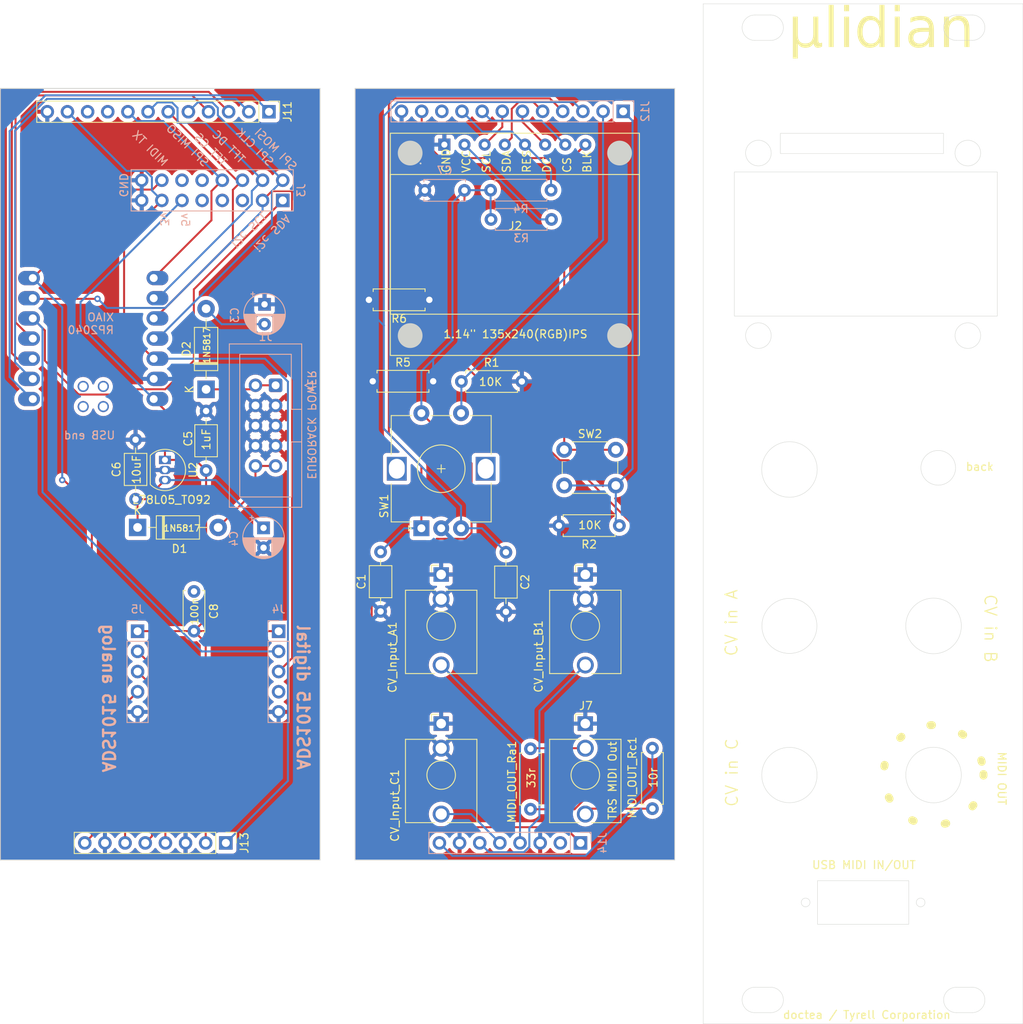
<source format=kicad_pcb>
(kicad_pcb (version 20221018) (generator pcbnew)
  (layers (0 "F.Cu" signal) (31 "B.Cu" signal) (34 "B.Paste" user) (35 "F.Paste" user) (36 "B.SilkS" user "B.Silkscreen") (37 "F.SilkS" user "F.Silkscreen") (38 "B.Mask" user) (39 "F.Mask" user) (44 "Edge.Cuts" user))
  (net 0 "")
  (net 1 "i2c SDA")
  (net 2 "i2c SCL")
  (net 3 "ADS Interrupt")
  (net 4 "Net-(D2-K)")
  (net 5 "Net-(D1-A)")
  (net 6 "+12V")
  (net 7 "A2 input Frontboard")
  (net 8 "A1 input Frontboard")
  (net 9 "-12V")
  (net 10 "A0 input Frontboard")
  (net 11 "SPI CLK Frontboard")
  (net 12 "MOSI Frontboard")
  (net 13 "TFT CS Frontboard")
  (net 14 "TFT reset Frontboard")
  (net 15 "TFT DC Frontboard")
  (net 16 "SD CS Frontboard")
  (net 17 "TFT lit Frontboard")
  (net 18 "Net-(J7-PadT)")
  (net 19 "Back button Backboard")
  (net 20 "Encoder button Backboard")
  (net 21 "Encoder left Backboard")
  (net 22 "Encoder right Backboard")
  (net 23 "TFT CS Backboard")
  (net 24 "SPI CLK Backboard")
  (net 25 "TFT DC Backboard")
  (net 26 "MOSI Backboard")
  (net 27 "TFT reset Backboard")
  (net 28 "SD CS Backboard")
  (net 29 "Back button Frontboard")
  (net 30 "Encoder button Frontboard")
  (net 31 "Encoder left Frontboard")
  (net 32 "Encoder right Frontboard")
  (net 33 "A0 input Backboard")
  (net 34 "A1 input Backboard")
  (net 35 "A2 input Backboard")
  (net 36 "MIDI TX Backboard")
  (net 37 "MIDI TX Frontboard")
  (net 38 "Net-(J7-PadR)")
  (net 46 "MISO Backboard")
  (net 48 "GND")
  (net 49 "Backboard GND")
  (net 50 "Backboard +5V")
  (net 51 "Frontboard +3.3V")
  (net 52 "Backboard +3.3V")
  (net 53 "Frontboard +5V")
  (net 54 "Net-(J2-Pin_2)")
  (net 55 "CV GND")
  (footprint "Package_TO_SOT_THT:TO-92_Inline" (layer "F.Cu") (at 58.9744 93.0402 -90)
    (fp_text reference "U2")
    (fp_text value "L78L05_TO92")
  )
  (footprint "Capacitor_THT:C_Axial_L3.8mm_D2.6mm_P7.50mm_Horizontal" (layer "F.Cu") (at 101.9556 104.6826 -90)
    (fp_text reference "C2")
    (fp_text value "C_Small")
  )
  (footprint "Resistor_THT:R_Axial_DIN0207_L6.3mm_D2.5mm_P7.62mm_Horizontal" (layer "F.Cu") (at 116.2558 101.3206 180)
    (fp_text reference "R2")
    (fp_text value "10K")
  )
  (footprint "Resistor_THT:R_Axial_DIN0207_L6.3mm_D2.5mm_P7.62mm_Horizontal" (layer "F.Cu") (at 120.4214 136.9822 90)
    (fp_text reference "MIDI_OUT_Rc1")
    (fp_text value "10r")
  )
  (footprint "Resistor_THT:R_Axial_DIN0207_L6.3mm_D2.5mm_P7.62mm_Horizontal" (layer "F.Cu") (at 85.1662 83.1342)
    (fp_text reference "R5")
    (fp_text value "10K")
  )
  (footprint "Connector_PinHeader_2.54mm:PinHeader_1x08_P2.54mm_Vertical" (layer "F.Cu") (at 66.6498 141.2996 -90)
    (fp_text reference "J13")
    (fp_text value "Backboard Conn 2")
  )
  (footprint "Resistor_THT:R_Axial_DIN0207_L6.3mm_D2.5mm_P7.62mm_Horizontal" (layer "F.Cu") (at 105.0544 129.4384 -90)
    (fp_text reference "MIDI_OUT_Ra1")
    (fp_text value "33r")
  )
  (footprint "Button_Switch_THT:SW_PUSH_6mm_H13mm" (layer "F.Cu") (at 109.30559 91.76188)
    (fp_text reference "SW2")
    (fp_text value "Back button")
  )
  (footprint "Diode_THT:D_DO-41_SOD81_P10.16mm_Horizontal" (layer "F.Cu") (at 55.5244 101.5492)
    (fp_text reference "D1")
    (fp_text value "1N5817")
  )
  (footprint "doctea:st7789_1.14_tzt" (layer "F.Cu") (at 87.38539 51.87988)
    (fp_text reference "J2")
    (fp_text value "ST7789 TFT socket")
    (fp_circle (center 2.5 2.5) (end 4 2.5) (stroke (width 0.12)) (fill solid) (layer "Edge.Cuts"))
    (fp_circle (center 2.5 25.5) (end 4 25.5) (stroke (width 0.12)) (fill solid) (layer "Edge.Cuts"))
    (fp_circle (center 3.81 3.81) (end 3.81 3.81) (stroke (width 0.12)) (fill none) (layer "Edge.Cuts"))
    (fp_circle (center 28.9 2.5) (end 30.4 2.5) (stroke (width 0.12)) (fill solid) (layer "Edge.Cuts"))
    (fp_circle (center 28.9 25.5) (end 30.4 25.5) (stroke (width 0.12)) (fill solid) (layer "Edge.Cuts"))
  )
  (footprint "Rotary_Encoder:RotaryEncoder_Alps_EC12E-Switch_Vertical_H20mm" (layer "F.Cu") (at 91.29959 101.65388 90)
    (fp_text reference "SW1")
    (fp_text value "RotaryEncoder_Switch")
  )
  (footprint "Connector_Audio:Jack_3.5mm_QingPu_WQP-PJ398SM_Vertical_CircularHoles" (layer "F.Cu") (at 93.79339 107.47928)
    (fp_text reference "CV_Input_A1")
    (fp_text value "AudioJack2_SwitchT")
  )
  (footprint "Capacitor_THT:C_Axial_L3.8mm_D2.6mm_P7.50mm_Horizontal" (layer "F.Cu") (at 64.1604 86.8772 -90)
    (fp_text reference "C5")
    (fp_text value "1uF")
  )
  (footprint "Capacitor_THT:C_Disc_D5.0mm_W2.5mm_P5.00mm" (layer "F.Cu") (at 62.635126 109.6138 -90)
    (fp_text reference "C8")
    (fp_text value "100n")
  )
  (footprint "Connector_PinHeader_2.54mm:PinHeader_1x12_P2.54mm_Vertical" (layer "F.Cu") (at 72.0852 49.1744 -90)
    (fp_text reference "J11")
    (fp_text value "Backboard Conn 1")
  )
  (footprint "Connector_Audio:Jack_3.5mm_QingPu_WQP-PJ398SM_Vertical_CircularHoles" (layer "F.Cu") (at 93.79299 126.26588)
    (fp_text reference "CV_Input_C1")
    (fp_text value "AudioJack2_SwitchT")
  )
  (footprint "Resistor_THT:R_Axial_DIN0207_L6.3mm_D2.5mm_P7.62mm_Horizontal" (layer "F.Cu") (at 92.3036 72.8726 180)
    (fp_text reference "R6")
    (fp_text value "10K")
  )
  (footprint "Capacitor_THT:C_Axial_L3.8mm_D2.6mm_P7.50mm_Horizontal" (layer "F.Cu") (at 86.1568 112.1318 90)
    (fp_text reference "C1")
    (fp_text value "C_Small")
  )
  (footprint "doctea:Jack_3.5mm_QingPu_WQP-PJ398SM_TRS_Vertical_CircularHoles" (layer "F.Cu") (at 111.96339 126.26588)
    (fp_text reference "J7")
    (fp_text value "TRS MIDI Out")
  )
  (footprint "Resistor_THT:R_Axial_DIN0207_L6.3mm_D2.5mm_P7.62mm_Horizontal" (layer "F.Cu") (at 96.3422 83.1596)
    (fp_text reference "R1")
    (fp_text value "10K")
  )
  (footprint "Capacitor_THT:C_Axial_L3.8mm_D2.6mm_P7.50mm_Horizontal" (layer "F.Cu") (at 55.2704 97.9932 90)
    (fp_text reference "C6")
    (fp_text value "10uF")
  )
  (footprint "Connector_Audio:Jack_3.5mm_QingPu_WQP-PJ398SM_Vertical_CircularHoles" (layer "F.Cu") (at 111.96339 107.47928)
    (fp_text reference "CV_Input_B1")
    (fp_text value "AudioJack2_SwitchT")
  )
  (footprint "Diode_THT:D_DO-41_SOD81_P10.16mm_Horizontal" (layer "F.Cu") (at 64.1604 84.1502 90)
    (fp_text reference "D2")
    (fp_text value "1N5817")
  )
  (footprint "Capacitor_THT:C_Disc_D5.0mm_W2.5mm_P5.00mm" (layer "B.Cu") (at 96.734 59.0804 180)
    (fp_text reference "C7")
    (fp_text value "100n")
  )
  (footprint "Connector_PinSocket_2.54mm:PinSocket_1x05_P2.54mm_Vertical" (layer "B.Cu") (at 73.304 114.6302 180)
    (fp_text reference "J4")
    (fp_text value "ADS1015 digital side")
  )
  (footprint "Capacitor_THT:CP_Radial_D5.0mm_P2.50mm" (layer "B.Cu") (at 71.3994 101.6092 -90)
    (fp_text reference "C4")
    (fp_text value "C_Polarized_Small")
  )
  (footprint "Connector_PinSocket_2.54mm:PinSocket_1x12_P2.54mm_Vertical" (layer "B.Cu") (at 116.7388 49.125 90)
    (fp_text reference "J12")
    (fp_text value "Frontboard Conn 1")
  )
  (footprint "Connector_PinSocket_2.54mm:PinSocket_1x08_P2.54mm_Vertical" (layer "B.Cu") (at 111.3536 141.3002 90)
    (fp_text reference "J14")
    (fp_text value "Frontboard Conn 2")
  )
  (footprint "Connector_PinSocket_2.54mm:PinSocket_1x05_P2.54mm_Vertical" (layer "B.Cu") (at 55.524 114.6302 180)
    (fp_text reference "J5")
    (fp_text value "ADS1015 analog side")
  )
  (footprint "Seeeduino XIAO KICAD:xiao-tht" (layer "B.Cu") (at 49.9364 77.7494)
    (fp_text reference "U1" hide)
    (fp_text value "SeeeduinoXIAO" hide)
  )
  (footprint "Resistor_THT:R_Axial_DIN0207_L6.3mm_D2.5mm_P7.62mm_Horizontal" (layer "B.Cu") (at 100.076 62.738)
    (fp_text reference "R3")
    (fp_text value "100R")
  )
  (footprint "Connector_PinHeader_2.54mm:PinHeader_2x08_P2.54mm_Vertical" (layer "B.Cu") (at 73.822 60.347 90)
    (fp_text reference "J3")
    (fp_text value "Expansion header")
  )
  (footprint "Connector_IDC:IDC-Header_2x05_P2.54mm_Vertical" (layer "B.Cu") (at 72.9234 83.6422 180)
    (fp_text reference "J1")
    (fp_text value "Eurorack power")
  )
  (footprint "Capacitor_THT:CP_Radial_D5.0mm_P2.50mm" (layer "B.Cu") (at 71.5264 73.440088 -90)
    (fp_text reference "C3")
    (fp_text value "C_Polarized_Small")
  )
  (footprint "Resistor_THT:R_Axial_DIN0207_L6.3mm_D2.5mm_P7.62mm_Horizontal" (layer "B.Cu") (at 100.0252 59.055)
    (fp_text reference "R4")
    (fp_text value "1K")
  )
  (gr_circle (center 155.86089 132.7456) (end 162.15589 132.6186) (stroke (width 1) (type dot)) (fill none) (layer "F.SilkS"))
  (gr_circle (center 156.45259 94.03688) (end 158.23059 95.30688) (stroke (width 0.05)) (fill none) (layer "Edge.Cuts"))
  (gr_arc (start 135.332 159.484) (mid 136.932 161.084) (end 135.332 162.684) (stroke (width 0.05)) (layer "Edge.Cuts"))
  (gr_arc (start 133.332 40.184) (mid 131.732 38.584) (end 133.332 36.984) (stroke (width 0.05)) (layer "Edge.Cuts"))
  (gr_line (start 158.732 40.184) (end 160.732 40.184) (stroke (width 0.05)) (layer "Edge.Cuts"))
  (gr_arc (start 160.732 36.984) (mid 162.332 38.584) (end 160.732 40.184) (stroke (width 0.05)) (layer "Edge.Cuts"))
  (gr_circle (center 137.69659 94.24588) (end 141.19659 94.24588) (stroke (width 0.05)) (fill none) (layer "Edge.Cuts"))
  (gr_rect (start 38.230968 46.23089) (end 78.530968 143.45189) (stroke (width 0.1)) (fill none) (layer "Edge.Cuts"))
  (gr_line (start 160.732 159.484) (end 158.732 159.484) (stroke (width 0.05)) (layer "Edge.Cuts"))
  (gr_rect (start 141.23239 146.0498) (end 152.73239 151.5498) (stroke (width 0.05)) (fill none) (layer "Edge.Cuts"))
  (gr_circle (center 155.86089 113.959331) (end 158.40089 116.372331) (stroke (width 0.05)) (fill none) (layer "Edge.Cuts"))
  (gr_line (start 160.732 36.984) (end 158.732 36.984) (stroke (width 0.05)) (layer "Edge.Cuts"))
  (gr_line (start 126.832 35.584) (end 126.832 164.084) (stroke (width 0.05)) (layer "Edge.Cuts"))
  (gr_arc (start 160.732 159.484) (mid 162.332 161.084) (end 160.732 162.684) (stroke (width 0.05)) (layer "Edge.Cuts"))
  (gr_line (start 135.332 36.984) (end 133.332 36.984) (stroke (width 0.05)) (layer "Edge.Cuts"))
  (gr_circle (center 137.69089 113.958844) (end 140.73889 115.609844) (stroke (width 0.05)) (fill none) (layer "Edge.Cuts"))
  (gr_line (start 133.332 40.184) (end 135.332 40.184) (stroke (width 0.05)) (layer "Edge.Cuts"))
  (gr_circle (center 137.69089 132.74559) (end 140.61189 134.65059) (stroke (width 0.05)) (fill none) (layer "Edge.Cuts"))
  (gr_line (start 167.132 164.084) (end 167.132 35.584) (stroke (width 0.05)) (layer "Edge.Cuts"))
  (gr_arc (start 133.332 162.684) (mid 131.732 161.084) (end 133.332 159.484) (stroke (width 0.05)) (layer "Edge.Cuts"))
  (gr_line (start 126.832 164.084) (end 167.132 164.084) (stroke (width 0.05)) (layer "Edge.Cuts"))
  (gr_circle (center 133.782706 77.380272) (end 134.959106 78.487072) (stroke (width 0.05)) (fill none) (layer "Edge.Cuts"))
  (gr_line (start 158.732 162.684) (end 160.732 162.684) (stroke (width 0.05)) (layer "Edge.Cuts"))
  (gr_line (start 167.132 35.584) (end 126.832 35.584) (stroke (width 0.05)) (layer "Edge.Cuts"))
  (gr_arc (start 135.332 36.984) (mid 136.932 38.584) (end 135.332 40.184) (stroke (width 0.05)) (layer "Edge.Cuts"))
  (gr_line (start 133.332 162.684) (end 135.332 162.684) (stroke (width 0.05)) (layer "Edge.Cuts"))
  (gr_arc (start 158.732 40.184) (mid 157.132 38.584) (end 158.732 36.984) (stroke (width 0.05)) (layer "Edge.Cuts"))
  (gr_circle (center 139.73239 148.7998) (end 140.28239 148.7998) (stroke (width 0.05)) (fill none) (layer "Edge.Cuts"))
  (gr_rect (start 82.934968 46.23089) (end 123.234968 143.45189) (stroke (width 0.1)) (fill none) (layer "Edge.Cuts"))
  (gr_circle (center 133.782706 54.380272) (end 134.959106 55.487072) (stroke (width 0.05)) (fill none) (layer "Edge.Cuts"))
  (gr_circle (center 154.23239 148.7998) (end 154.78239 148.7998) (stroke (width 0.05)) (fill none) (layer "Edge.Cuts"))
  (gr_rect (start 130.75049 56.758272) (end 163.89749 74.919272) (stroke (width 0.05)) (fill none) (layer "Edge.Cuts"))
  (gr_circle (center 155.86089 132.7456) (end 159.36089 132.7456) (stroke (width 0.05)) (fill none) (layer "Edge.Cuts"))
  (gr_circle (center 160.182706 77.380272) (end 161.359106 78.487072) (stroke (width 0.05)) (fill none) (layer "Edge.Cuts"))
  (gr_arc (start 158.732 162.684) (mid 157.132 161.084) (end 158.732 159.484) (stroke (width 0.05)) (layer "Edge.Cuts"))
  (gr_circle (center 160.18109 54.381472) (end 161.35749 55.488272) (stroke (width 0.05)) (fill none) (layer "Edge.Cuts"))
  (gr_rect (start 136.54689 51.896272) (end 157.12089 54.436272) (stroke (width 0.05)) (fill none) (layer "Edge.Cuts"))
  (gr_line (start 135.332 159.484) (end 133.332 159.484) (stroke (width 0.05)) (layer "Edge.Cuts"))
  (gr_text "SPI CLK" (at 72.061 56.2418 -45) (layer "B.SilkS") (effects (font (size 1 1)) (justify left bottom mirror)))
  (gr_text "5v" (at 60.961 63.7518 -90) (layer "B.SilkS") (effects (font (size 1 1)) (justify left bottom mirror)))
  (gr_text "TFT DC" (at 68.461 55.8918 -45) (layer "B.SilkS") (effects (font (size 1 1)) (justify left bottom mirror)))
  (gr_text "MIDI TX" (at 58.721 56.2518 -45) (layer "B.SilkS") (effects (font (size 1 1)) (justify left bottom mirror)))
  (gr_text "SPI MOSI" (at 74.991 56.8118 -45) (layer "B.SilkS") (effects (font (size 1 1)) (justify left bottom mirror)))
  (gr_text "TFT CS" (at 66.191 56.2218 -45) (layer "B.SilkS") (effects (font (size 1 1)) (justify left bottom mirror)))
  (gr_text "ADS1015 analog" (at 50.9778 132.5626 -90) (layer "B.SilkS") (effects (font (size 1.5 1.5) (thickness 0.3) bold) (justify left bottom mirror)))
  (gr_text "USB end" (at 52.7812 90.5256) (layer "B.SilkS") (effects (font (size 1 1)) (justify left bottom mirror)))
  (gr_text "3v" (at 58.311 63.6718 -90) (layer "B.SilkS") (effects (font (size 1 1)) (justify left bottom mirror)))
  (gr_text "EURORACK POWER" (at 76.8604 95.5802 -90) (layer "B.SilkS") (effects (font (size 1 1)) (justify left bottom mirror)))
  (gr_text "GND" (at 53.161 60.0418 -90) (layer "B.SilkS") (effects (font (size 1 1)) (justify left bottom mirror)))
  (gr_text "XIAO\nRP2040" (at 52.6288 77.2668) (layer "B.SilkS") (effects (font (size 1 1)) (justify left bottom mirror)))
  (gr_text "i2c SDA" (at 69.901 66.2018 -135) (layer "B.SilkS") (effects (font (size 1 1)) (justify left bottom mirror)))
  (gr_text "ADS1015 digital" (at 75.5142 132.2578 -90) (layer "B.SilkS") (effects (font (size 1.5 1.5) (thickness 0.3) bold) (justify left bottom mirror)))
  (gr_text "i2c SCL" (at 67.091 65.7318 -135) (layer "B.SilkS") (effects (font (size 1 1)) (justify left bottom mirror)))
  (gr_text "SPI MISO" (at 63.881 56.3118 -45) (layer "B.SilkS") (effects (font (size 1 1)) (justify left bottom mirror)))
  (gr_text "CV in A" (at 131.2672 117.8814 90) (layer "F.SilkS") (effects (font (size 1.5 1.5)) (justify left bottom)))
  (gr_text "back" (at 159.8422 94.488) (layer "F.SilkS") (effects (font (size 1 1)) (justify left bottom)))
  (gr_text "USB MIDI IN/OUT" (at 140.462 144.6598) (layer "F.SilkS") (effects (font (size 1 1)) (justify left bottom)))
  (gr_text "μlidian" (at 137.532 41.874) (layer "F.SilkS") (effects (font (size 5 5)) (justify left bottom)))
  (gr_text "MIDI OUT" (at 163.8808 129.7178 -90) (layer "F.SilkS") (effects (font (size 1 1)) (justify left bottom)))
  (gr_text "CV in B" (at 162.1536 109.855 -90) (layer "F.SilkS") (effects (font (size 1.5 1.5)) (justify left bottom)))
  (gr_text "CV in C" (at 131.318 136.8552 90) (layer "F.SilkS") (effects (font (size 1.5 1.5)) (justify left bottom)))
  (gr_text "doctea / Tyrell Corporation" (at 136.8044 163.5506) (layer "F.SilkS") (effects (font (size 1 1)) (justify left bottom)))
  (segment (start 48.1019 84.8049) (end 43.8404 80.5434) (width 0.25) (layer "F.Cu") (net 1))
  (segment (start 62.611 71.558) (end 62.611 80.5434) (width 0.25) (layer "F.Cu") (net 1))
  (segment (start 43.8404 76.7334) (end 42.3164 75.2094) (width 0.25) (layer "F.Cu") (net 1))
  (segment (start 52.3297 84.8049) (end 48.1019 84.8049) (width 0.25) (layer "F.Cu") (net 1))
  (segment (start 62.611 80.5434) (end 59.01 84.1444) (width 0.25) (layer "F.Cu") (net 1))
  (segment (start 73.822 60.347) (end 62.611 71.558) (width 0.25) (layer "F.Cu") (net 1))
  (segment (start 52.9902 84.1444) (end 52.3297 84.8049) (width 0.25) (layer "F.Cu") (net 1))
  (segment (start 43.8404 80.5434) (end 43.8404 76.7334) (width 0.25) (layer "F.Cu") (net 1))
  (segment (start 59.01 84.1444) (end 52.9902 84.1444) (width 0.25) (layer "F.Cu") (net 1))
  (segment (start 43.5414 76.4344) (end 42.3164 75.2094) (width 0.25) (layer "B.Cu") (net 1))
  (segment (start 43.5414 97.111065) (end 43.5414 76.4344) (width 0.25) (layer "B.Cu") (net 1))
  (segment (start 63.600535 117.1702) (end 43.5414 97.111065) (width 0.25) (layer "B.Cu") (net 1))
  (segment (start 73.304 117.1702) (end 63.600535 117.1702) (width 0.25) (layer "B.Cu") (net 1))
  (segment (start 72.457 59.172) (end 71.282 60.347) (width 0.25) (layer "F.Cu") (net 2))
  (segment (start 74.997 59.172) (end 72.457 59.172) (width 0.25) (layer "F.Cu") (net 2))
  (segment (start 74.997 118.0172) (end 74.997 59.172) (width 0.25) (layer "F.Cu") (net 2))
  (segment (start 73.304 119.7102) (end 74.997 118.0172) (width 0.25) (layer "F.Cu") (net 2))
  (segment (start 50.4698 72.7456) (end 42.3926 72.7456) (width 0.25) (layer "F.Cu") (net 2))
  (via (at 50.4698 72.7456) (size 0.8) (drill 0.4) (layers "F.Cu" "B.Cu") (net 2))
  (segment (start 71.282 60.347) (end 71.282 61.626212) (width 0.25) (layer "B.Cu") (net 2))
  (segment (start 59.013812 73.8944) (end 51.6694 73.8944) (width 0.25) (layer "B.Cu") (net 2))
  (segment (start 50.4698 72.6948) (end 50.5206 72.7456) (width 0.25) (layer "B.Cu") (net 2))
  (segment (start 51.6694 73.8944) (end 50.5206 72.7456) (width 0.25) (layer "B.Cu") (net 2))
  (segment (start 50.4698 72.7456) (end 50.4698 72.6948) (width 0.25) (layer "B.Cu") (net 2))
  (segment (start 50.5206 72.7456) (end 50.4698 72.7456) (width 0.25) (layer "B.Cu") (net 2))
  (segment (start 71.282 61.626212) (end 59.013812 73.8944) (width 0.25) (layer "B.Cu") (net 2))
  (segment (start 64.1604 84.1502) (end 69.8754 84.1502) (width 0.25) (layer "F.Cu") (net 4))
  (segment (start 72.9234 83.6422) (end 70.3834 83.6422) (width 0.25) (layer "F.Cu") (net 4))
  (segment (start 70.3834 96.8502) (end 65.6844 101.5492) (width 0.25) (layer "F.Cu") (net 5))
  (segment (start 70.3834 93.8022) (end 70.3834 96.8502) (width 0.25) (layer "F.Cu") (net 5))
  (segment (start 72.9234 93.8022) (end 70.3834 93.8022) (width 0.25) (layer "F.Cu") (net 5))
  (segment (start 56.5614 97.9932) (end 58.9744 95.5802) (width 0.25) (layer "F.Cu") (net 6))
  (segment (start 55.5244 101.5492) (end 55.5244 98.2472) (width 0.25) (layer "F.Cu") (net 6))
  (segment (start 55.2704 97.9932) (end 56.5614 97.9932) (width 0.25) (layer "F.Cu") (net 6))
  (segment (start 65.3704 95.5802) (end 58.9744 95.5802) (width 0.25) (layer "B.Cu") (net 6))
  (segment (start 71.3994 101.6092) (end 65.3704 95.5802) (width 0.25) (layer "B.Cu") (net 6))
  (segment (start 106.1794 138.136) (end 104.9086 139.4068) (width 0.25) (layer "B.Cu") (net 7))
  (segment (start 104.9086 141.786901) (end 104.220301 142.4752) (width 0.25) (layer "B.Cu") (net 7))
  (segment (start 99.8286 142.4752) (end 98.6536 141.3002) (width 0.25) (layer "B.Cu") (net 7))
  (segment (start 104.9086 139.4068) (end 104.9086 141.786901) (width 0.25) (layer "B.Cu") (net 7))
  (segment (start 106.1794 124.66327) (end 106.1794 138.136) (width 0.25) (layer "B.Cu") (net 7))
  (segment (start 104.220301 142.4752) (end 99.8286 142.4752) (width 0.25) (layer "B.Cu") (net 7))
  (segment (start 111.96339 118.87928) (end 106.1794 124.66327) (width 0.25) (layer "B.Cu") (net 7))
  (segment (start 93.79299 137.66588) (end 97.55928 137.66588) (width 0.25) (layer "B.Cu") (net 8))
  (segment (start 97.55928 137.66588) (end 101.1936 141.3002) (width 0.25) (layer "B.Cu") (net 8))
  (segment (start 71.5264 75.940088) (end 66.110288 75.940088) (width 0.25) (layer "B.Cu") (net 9))
  (segment (start 66.110288 75.940088) (end 64.1604 73.9902) (width 0.25) (layer "B.Cu") (net 9))
  (segment (start 93.79339 118.87928) (end 103.7336 128.81949) (width 0.25) (layer "B.Cu") (net 10))
  (segment (start 103.7336 128.81949) (end 103.7336 141.3002) (width 0.25) (layer "B.Cu") (net 10))
  (segment (start 101.4988 49.125) (end 101.4988 51.09647) (width 0.25) (layer "F.Cu") (net 11))
  (segment (start 101.4988 51.09647) (end 99.27539 53.31988) (width 0.25) (layer "F.Cu") (net 11))
  (segment (start 102.6922 52.44307) (end 101.81539 53.31988) (width 0.25) (layer "F.Cu") (net 12))
  (segment (start 103.552099 47.95) (end 102.6922 48.809899) (width 0.25) (layer "F.Cu") (net 12))
  (segment (start 105.4038 47.95) (end 103.552099 47.95) (width 0.25) (layer "F.Cu") (net 12))
  (segment (start 102.6922 48.809899) (end 102.6922 52.44307) (width 0.25) (layer "F.Cu") (net 12))
  (segment (start 106.5788 49.125) (end 105.4038 47.95) (width 0.25) (layer "F.Cu") (net 12))
  (segment (start 98.9588 49.125) (end 100.1338 50.3) (width 0.25) (layer "B.Cu") (net 13))
  (segment (start 100.1338 50.3) (end 106.41551 50.3) (width 0.25) (layer "B.Cu") (net 13))
  (segment (start 106.41551 50.3) (end 109.43539 53.31988) (width 0.25) (layer "B.Cu") (net 13))
  (segment (start 104.35539 53.31988) (end 102.69911 51.6636) (width 0.25) (layer "B.Cu") (net 14))
  (segment (start 107.6452 59.055) (end 107.6452 56.60969) (width 0.25) (layer "B.Cu") (net 14))
  (segment (start 98.9574 51.6636) (end 96.4188 49.125) (width 0.25) (layer "B.Cu") (net 14))
  (segment (start 102.69911 51.6636) (end 98.9574 51.6636) (width 0.25) (layer "B.Cu") (net 14))
  (segment (start 107.6452 56.60969) (end 104.35539 53.31988) (width 0.25) (layer "B.Cu") (net 14))
  (segment (start 104.0388 49.125) (end 104.0388 50.46329) (width 0.25) (layer "F.Cu") (net 15))
  (segment (start 104.0388 50.46329) (end 106.89539 53.31988) (width 0.25) (layer "F.Cu") (net 15))
  (segment (start 115.80559 91.76188) (end 109.30559 91.76188) (width 0.25) (layer "F.Cu") (net 17))
  (segment (start 91.3388 52.63729) (end 91.3388 49.125) (width 0.25) (layer "F.Cu") (net 17))
  (segment (start 93.71791 55.0164) (end 91.3388 52.63729) (width 0.25) (layer "F.Cu") (net 17))
  (segment (start 110.27887 55.0164) (end 93.71791 55.0164) (width 0.25) (layer "F.Cu") (net 17))
  (segment (start 109.30559 55.98968) (end 111.97539 53.31988) (width 0.25) (layer "F.Cu") (net 17))
  (segment (start 111.97539 53.31988) (end 110.27887 55.0164) (width 0.25) (layer "F.Cu") (net 17))
  (segment (start 109.30559 91.76188) (end 109.30559 55.98968) (width 0.25) (layer "F.Cu") (net 17))
  (segment (start 112.64707 136.9822) (end 111.96339 137.66588) (width 0.25) (layer "F.Cu") (net 18))
  (segment (start 120.4214 136.9822) (end 112.64707 136.9822) (width 0.25) (layer "F.Cu") (net 18))
  (segment (start 39.3954 82.590812) (end 42.173988 85.3694) (width 0.25) (layer "B.Cu") (net 19))
  (segment (start 72.0852 49.1744) (end 70.0102 47.0994) (width 0.25) (layer "B.Cu") (net 19))
  (segment (start 39.3954 51.626103) (end 39.3954 82.590812) (width 0.25) (layer "B.Cu") (net 19))
  (segment (start 70.0102 47.0994) (end 43.922103 47.0994) (width 0.25) (layer "B.Cu") (net 19))
  (segment (start 43.922103 47.0994) (end 39.3954 51.626103) (width 0.25) (layer "B.Cu") (net 19))
  (segment (start 40.0812 80.736612) (end 42.173988 82.8294) (width 0.25) (layer "B.Cu") (net 20))
  (segment (start 40.0812 51.576699) (end 40.0812 80.736612) (width 0.25) (layer "B.Cu") (net 20))
  (segment (start 69.5452 49.1744) (end 67.9202 47.5494) (width 0.25) (layer "B.Cu") (net 20))
  (segment (start 67.9202 47.5494) (end 44.108499 47.5494) (width 0.25) (layer "B.Cu") (net 20))
  (segment (start 44.108499 47.5494) (end 40.0812 51.576699) (width 0.25) (layer "B.Cu") (net 20))
  (segment (start 41.8266 46.667) (end 39.6748 48.8188) (width 0.25) (layer "F.Cu") (net 21))
  (segment (start 64.4978 46.667) (end 41.8266 46.667) (width 0.25) (layer "F.Cu") (net 21))
  (segment (start 40.3606 80.2894) (end 42.3164 80.2894) (width 0.25) (layer "F.Cu") (net 21))
  (segment (start 39.6748 48.8188) (end 39.6748 79.6036) (width 0.25) (layer "F.Cu") (net 21))
  (segment (start 67.0052 49.1744) (end 64.4978 46.667) (width 0.25) (layer "F.Cu") (net 21))
  (segment (start 39.6748 79.6036) (end 40.3606 80.2894) (width 0.25) (layer "F.Cu") (net 21))
  (segment (start 40.1414 49.419) (end 40.1414 75.716812) (width 0.25) (layer "F.Cu") (net 22))
  (segment (start 64.4652 49.1744) (end 62.4078 47.117) (width 0.25) (layer "F.Cu") (net 22))
  (segment (start 42.4434 47.117) (end 40.1414 49.419) (width 0.25) (layer "F.Cu") (net 22))
  (segment (start 62.4078 47.117) (end 42.4434 47.117) (width 0.25) (layer "F.Cu") (net 22))
  (segment (start 40.1414 75.716812) (end 42.173988 77.7494) (width 0.25) (layer "F.Cu") (net 22))
  (segment (start 64.837 59.172) (end 64.837 62.8488) (width 0.25) (layer "F.Cu") (net 23))
  (segment (start 66.202 57.807) (end 64.837 59.172) (width 0.25) (layer "F.Cu") (net 23))
  (segment (start 64.837 62.8488) (end 57.5564 70.1294) (width 0.25) (layer "F.Cu") (net 23))
  (segment (start 55.4802 50.3494) (end 58.7444 50.3494) (width 0.25) (layer "B.Cu") (net 23))
  (segment (start 54.3052 49.1744) (end 55.4802 50.3494) (width 0.25) (layer "B.Cu") (net 23))
  (segment (start 58.7444 50.3494) (end 66.202 57.807) (width 0.25) (layer "B.Cu") (net 23))
  (segment (start 69.917 59.172) (end 69.917 60.833701) (width 0.25) (layer "B.Cu") (net 24))
  (segment (start 71.282 57.807) (end 69.917 59.172) (width 0.25) (layer "B.Cu") (net 24))
  (segment (start 56.8452 49.1744) (end 58.0202 47.9994) (width 0.25) (layer "B.Cu") (net 24))
  (segment (start 69.917 60.833701) (end 58.081301 72.6694) (width 0.25) (layer "B.Cu") (net 24))
  (segment (start 58.0202 47.9994) (end 59.871901 47.9994) (width 0.25) (layer "B.Cu") (net 24))
  (segment (start 64.0276 50.5526) (end 71.282 57.807) (width 0.25) (layer "B.Cu") (net 24))
  (segment (start 60.5602 48.687699) (end 60.5602 50.5526) (width 0.25) (layer "B.Cu") (net 24))
  (segment (start 60.5602 50.5526) (end 64.0276 50.5526) (width 0.25) (layer "B.Cu") (net 24))
  (segment (start 59.871901 47.9994) (end 60.5602 48.687699) (width 0.25) (layer "B.Cu") (net 24))
  (segment (start 68.742 57.807) (end 67.5386 59.0104) (width 0.25) (layer "F.Cu") (net 25))
  (segment (start 67.5386 59.0104) (end 67.5386 65.369612) (width 0.25) (layer "F.Cu") (net 25))
  (segment (start 59.3852 49.1744) (end 68.0178 57.807) (width 0.25) (layer "F.Cu") (net 25))
  (segment (start 67.5386 65.369612) (end 57.698812 75.2094) (width 0.25) (layer "F.Cu") (net 25))
  (segment (start 72.457 59.172) (end 72.457 63.3822) (width 0.25) (layer "B.Cu") (net 26))
  (segment (start 61.9252 49.1744) (end 63.1002 47.9994) (width 0.25) (layer "B.Cu") (net 26))
  (segment (start 65.6402 49.6252) (end 73.822 57.807) (width 0.25) (layer "B.Cu") (net 26))
  (segment (start 65.6402 48.687699) (end 65.6402 49.6252) (width 0.25) (layer "B.Cu") (net 26))
  (segment (start 64.951901 47.9994) (end 65.6402 48.687699) (width 0.25) (layer "B.Cu") (net 26))
  (segment (start 73.822 57.807) (end 72.457 59.172) (width 0.25) (layer "B.Cu") (net 26))
  (segment (start 63.1002 47.9994) (end 64.951901 47.9994) (width 0.25) (layer "B.Cu") (net 26))
  (segment (start 72.457 63.3822) (end 58.0898 77.7494) (width 0.25) (layer "B.Cu") (net 26))
  (segment (start 117.92039 94.14708) (end 115.80559 96.26188) (width 0.25) (layer "B.Cu") (net 29))
  (segment (start 115.80559 96.26188) (end 115.80559 100.87039) (width 0.25) (layer "B.Cu") (net 29))
  (segment (start 117.92039 50.30659) (end 117.92039 94.14708) (width 0.25) (layer "B.Cu") (net 29))
  (segment (start 115.80559 96.26188) (end 109.30559 96.26188) (width 0.25) (layer "B.Cu") (net 29))
  (segment (start 116.7388 49.125) (end 117.92039 50.30659) (width 0.25) (layer "B.Cu") (net 29))
  (segment (start 114.1988 65.303) (end 96.3422 83.1596) (width 0.25) (layer "B.Cu") (net 30))
  (segment (start 96.3422 83.1596) (end 96.3422 87.11127) (width 0.25) (layer "B.Cu") (net 30))
  (segment (start 114.1988 49.125) (end 114.1988 65.303) (width 0.25) (layer "B.Cu") (net 30))
  (segment (start 88.312099 47.95) (end 86.5632 49.698899) (width 0.25) (layer "B.Cu") (net 31))
  (segment (start 86.5632 89.11749) (end 96.29959 98.85388) (width 0.25) (layer "B.Cu") (net 31))
  (segment (start 84.6836 74.2188) (end 86.5632 76.0984) (width 0.25) (layer "B.Cu") (net 31))
  (segment (start 84.6836 72.8726) (end 84.6836 74.2188) (width 0.25) (layer "B.Cu") (net 31))
  (segment (start 96.29959 101.65388) (end 98.92688 101.65388) (width 0.25) (layer "B.Cu") (net 31))
  (segment (start 111.6588 49.125) (end 110.4838 47.95) (width 0.25) (layer "B.Cu") (net 31))
  (segment (start 86.5632 49.698899) (end 86.5632 76.0984) (width 0.25) (layer "B.Cu") (net 31))
  (segment (start 110.4838 47.95) (end 88.312099 47.95) (width 0.25) (layer "B.Cu") (net 31))
  (segment (start 98.92688 101.65388) (end 101.9556 104.6826) (width 0.25) (layer "B.Cu") (net 31))
  (segment (start 86.5632 76.0984) (end 86.5632 89.11749) (width 0.25) (layer "B.Cu") (net 31))
  (segment (start 96.29959 98.85388) (end 96.29959 101.65388) (width 0.25) (layer "B.Cu") (net 31))
  (segment (start 109.1188 49.125) (end 107.4938 47.5) (width 0.25) (layer "F.Cu") (net 32))
  (segment (start 87.1982 48.1838) (end 87.1982 89.75249) (width 0.25) (layer "F.Cu") (net 32))
  (segment (start 85.1662 83.1342) (end 85.1662 87.72049) (width 0.25) (layer "F.Cu") (net 32))
  (segment (start 85.1662 87.72049) (end 87.1982 89.75249) (width 0.25) (layer "F.Cu") (net 32))
  (segment (start 87.1982 89.75249) (end 91.29959 93.85388) (width 0.25) (layer "F.Cu") (net 32))
  (segment (start 107.4938 47.5) (end 87.882 47.5) (width 0.25) (layer "F.Cu") (net 32))
  (segment (start 91.29959 93.85388) (end 91.29959 101.65388) (width 0.25) (layer "F.Cu") (net 32))
  (segment (start 87.882 47.5) (end 87.1982 48.1838) (width 0.25) (layer "F.Cu") (net 32))
  (segment (start 89.13472 101.65388) (end 86.1568 104.6318) (width 0.25) (layer "B.Cu") (net 32))
  (segment (start 91.29959 101.65388) (end 89.13472 101.65388) (width 0.25) (layer "B.Cu") (net 32))
  (segment (start 59.0298 120.676) (end 59.0298 141.2996) (width 0.25) (layer "F.Cu") (net 33))
  (segment (start 55.524 117.1702) (end 59.0298 120.676) (width 0.25) (layer "F.Cu") (net 33))
  (segment (start 57.3398 121.526) (end 57.3398 140.4496) (width 0.25) (layer "F.Cu") (net 34))
  (segment (start 55.524 119.7102) (end 57.3398 121.526) (width 0.25) (layer "F.Cu") (net 34))
  (segment (start 57.3398 140.4496) (end 56.4898 141.2996) (width 0.25) (layer "F.Cu") (net 34))
  (segment (start 53.9498 123.8244) (end 53.9498 141.2996) (width 0.25) (layer "F.Cu") (net 35))
  (segment (start 55.524 122.2502) (end 53.9498 123.8244) (width 0.25) (layer "F.Cu") (net 35))
  (segment (start 49.7586 140.4108) (end 49.7586 99.1108) (width 0.25) (layer "F.Cu") (net 36))
  (segment (start 57.407 58.982) (end 53.4638 58.982) (width 0.25) (layer "F.Cu") (net 36))
  (segment (start 46.228 95.5802) (end 46.0248 95.5802) (width 0.25) (layer "F.Cu") (net 36))
  (segment (start 58.582 57.807) (end 57.407 58.982) (width 0.25) (layer "F.Cu") (net 36))
  (segment (start 53.4638 58.982) (end 42.3164 70.1294) (width 0.25) (layer "F.Cu") (net 36))
  (segment (start 48.8698 141.2996) (end 49.7586 140.4108) (width 0.25) (layer "F.Cu") (net 36))
  (segment (start 49.7586 99.1108) (end 46.228 95.5802) (width 0.25) (layer "F.Cu") (net 36))
  (via (at 46.0248 95.5802) (size 0.8) (drill 0.4) (layers "F.Cu" "B.Cu") (net 36))
  (segment (start 46.0248 95.5802) (end 46.0248 73.8378) (width 0.25) (layer "B.Cu") (net 36))
  (segment (start 46.0248 73.8378) (end 42.3164 70.1294) (width 0.25) (layer "B.Cu") (net 36))
  (segment (start 95.1986 142.9252) (end 111.9892 142.9252) (width 0.25) (layer "B.Cu") (net 37))
  (segment (start 93.5736 141.3002) (end 95.1986 142.9252) (width 0.25) (layer "B.Cu") (net 37))
  (segment (start 111.9892 142.9252) (end 120.4214 134.493) (width 0.25) (layer "B.Cu") (net 37))
  (segment (start 120.4214 134.493) (end 120.4214 129.3622) (width 0.25) (layer "B.Cu") (net 37))
  (segment (start 111.96339 129.36588) (end 105.12692 129.36588) (width 0.25) (layer "F.Cu") (net 38))
  (segment (start 64.1098 116.088474) (end 62.635126 114.6138) (width 0.25) (layer "F.Cu") (net 50))
  (segment (start 62.635126 114.6138) (end 64.1604 113.088526) (width 0.25) (layer "F.Cu") (net 50))
  (segment (start 62.635126 114.6138) (end 55.5404 114.6138) (width 0.25) (layer "F.Cu") (net 50))
  (segment (start 62.635126 114.6138) (end 73.2876 114.6138) (width 0.25) (layer "F.Cu") (net 50))
  (segment (start 58.9744 86.7874) (end 57.5564 85.3694) (width 0.25) (layer "F.Cu") (net 50))
  (segment (start 58.9744 93.0402) (end 58.9744 86.7874) (width 0.25) (layer "F.Cu") (net 50))
  (segment (start 64.1604 113.088526) (end 64.1604 94.3772) (width 0.25) (layer "F.Cu") (net 50))
  (segment (start 62.8234 93.0402) (end 64.1604 94.3772) (width 0.25) (layer "F.Cu") (net 50))
  (segment (start 58.9744 93.0402) (end 62.8234 93.0402) (width 0.25) (layer "F.Cu") (net 50))
  (segment (start 64.1098 141.2996) (end 64.1098 116.088474) (width 0.25) (layer "F.Cu") (net 50))
  (segment (start 48.3358 73.1332) (end 48.3358 76.1488) (width 0.25) (layer "B.Cu") (net 50))
  (segment (start 48.3358 76.1488) (end 57.5564 85.3694) (width 0.25) (layer "B.Cu") (net 50))
  (segment (start 61.122 60.347) (end 48.3358 73.1332) (width 0.25) (layer "B.Cu") (net 50))
  (segment (start 97.62459 102.202713) (end 97.62459 93.47888) (width 0.25) (layer "F.Cu") (net 51))
  (segment (start 109.854423 93.08688) (end 117.8306 101.063056) (width 0.25) (layer "F.Cu") (net 51))
  (segment (start 96.734 81.064123) (end 96.734 59.0804) (width 0.25) (layer "F.Cu") (net 51))
  (segment (start 85.6742 139.319) (end 85.0318 138.6766) (width 0.25) (layer "F.Cu") (net 51))
  (segment (start 97.62459 93.47888) (end 91.29959 87.15388) (width 0.25) (layer "F.Cu") (net 51))
  (segment (start 105.0544 137.0584) (end 107.1118 137.0584) (width 0.25) (layer "F.Cu") (net 51))
  (segment (start 85.0318 138.6766) (end 85.0318 111.197837) (width 0.25) (layer "F.Cu") (net 51))
  (segment (start 85.0318 111.197837) (end 93.250757 102.97888) (width 0.25) (layer "F.Cu") (net 51))
  (segment (start 93.250757 102.97888) (end 96.848423 102.97888) (width 0.25) (layer "F.Cu") (net 51))
  (segment (start 111.3536 141.3002) (end 109.3724 139.319) (width 0.25) (layer "F.Cu") (net 51))
  (segment (start 107.1118 137.0584) (end 110.605113 137.0584) (width 0.25) (layer "F.Cu") (net 51))
  (segment (start 109.854423 93.08688) (end 108.756757 93.08688) (width 0.25) (layer "F.Cu") (net 51))
  (segment (start 109.3724 139.319) (end 85.6742 139.319) (width 0.25) (layer "F.Cu") (net 51))
  (segment (start 107.1118 137.0584) (end 111.3536 141.3002) (width 0.25) (layer "F.Cu") (net 51))
  (segment (start 96.848423 102.97888) (end 97.62459 102.202713) (width 0.25) (layer "F.Cu") (net 51))
  (segment (start 110.605113 137.0584) (end 117.8306 129.832913) (width 0.25) (layer "F.Cu") (net 51))
  (segment (start 117.8306 129.832913) (end 117.8306 101.063056) (width 0.25) (layer "F.Cu") (net 51))
  (segment (start 108.756757 93.08688) (end 96.734 81.064123) (width 0.25) (layer "F.Cu") (net 51))
  (segment (start 92.7862 80.3656) (end 95.2172 77.9346) (width 0.25) (layer "B.Cu") (net 51))
  (segment (start 96.734 59.0804) (end 95.2172 60.5972) (width 0.25) (layer "B.Cu") (net 51))
  (segment (start 92.3036 75.021) (end 95.2172 77.9346) (width 0.25) (layer "B.Cu") (net 51))
  (segment (start 92.7862 83.1342) (end 92.7862 80.3656) (width 0.25) (layer "B.Cu") (net 51))
  (segment (start 100.0252 59.055) (end 96.7594 59.055) (width 0.25) (layer "B.Cu") (net 51))
  (segment (start 95.2172 60.5972) (end 95.2172 77.9346) (width 0.25) (layer "B.Cu") (net 51))
  (segment (start 100.0252 59.055) (end 100.0252 62.6872) (width 0.25) (layer "B.Cu") (net 51))
  (segment (start 91.29959 81.85221) (end 91.29959 87.15388) (width 0.25) (layer "B.Cu") (net 51))
  (segment (start 100.0252 62.6872) (end 100.076 62.738) (width 0.25) (layer "B.Cu") (net 51))
  (segment (start 95.2172 77.9346) (end 91.29959 81.85221) (width 0.25) (layer "B.Cu") (net 51))
  (segment (start 92.3036 72.8726) (end 92.3036 75.021) (width 0.25) (layer "B.Cu") (net 51))
  (segment (start 53.8226 76.5556) (end 57.5564 80.2894) (width 0.25) (layer "F.Cu") (net 52))
  (segment (start 53.8226 65.1064) (end 53.8226 76.5556) (width 0.25) (layer "F.Cu") (net 52))
  (segment (start 58.582 60.347) (end 53.8226 65.1064) (width 0.25) (layer "F.Cu") (net 52))
  (segment (start 66.6498 141.2996) (end 74.479 133.4704) (width 0.25) (layer "B.Cu") (net 52))
  (segment (start 46.6852 49.1744) (end 54.1428 56.632) (width 0.25) (layer "B.Cu") (net 52))
  (segment (start 71.583773 80.2894) (end 57.5564 80.2894) (width 0.25) (layer "B.Cu") (net 52))
  (segment (start 57.3278 57.431099) (end 57.3278 59.0928) (width 0.25) (layer "B.Cu") (net 52))
  (segment (start 74.479 133.4704) (end 74.479 83.184627) (width 0.25) (layer "B.Cu") (net 52))
  (segment (start 54.1428 56.632) (end 56.528701 56.632) (width 0.25) (layer "B.Cu") (net 52))
  (segment (start 56.528701 56.632) (end 57.3278 57.431099) (width 0.25) (layer "B.Cu") (net 52))
  (segment (start 74.479 83.184627) (end 71.583773 80.2894) (width 0.25) (layer "B.Cu") (net 52))
  (segment (start 57.3278 59.0928) (end 58.582 60.347) (width 0.25) (layer "B.Cu") (net 52))
  (segment (start 107.696 62.738) (end 106.15351 62.738) (width 0.25) (layer "B.Cu") (net 54))
  (segment (start 106.15351 62.738) (end 96.73539 53.31988) (width 0.25) (layer "B.Cu") (net 54))
  (zone (net 49) (net_name "Backboard GND") (layers "F&B.Cu") (name "GND") (priority 1) (connect_pads (clearance 0.5)) (min_thickness 0.25) (fill yes (thermal_gap 0.5) (thermal_bridge_width 0.5))
    (polygon (pts (xy 38.268968 46.29689) (xy 78.527968 46.29689) (xy 78.527968 143.45189) (xy 38.268968 143.45189)))
  )
  (zone (net 55) (net_name "CV GND") (layers "F&B.Cu") (name "GND") (priority 1) (connect_pads (clearance 0.5)) (min_thickness 0.25) (fill yes (thermal_gap 0.5) (thermal_bridge_width 0.5))
    (polygon (pts (xy 82.972968 46.29689) (xy 123.231968 46.29689) (xy 123.231968 143.45189) (xy 82.972968 143.45189)))
  )
)
</source>
